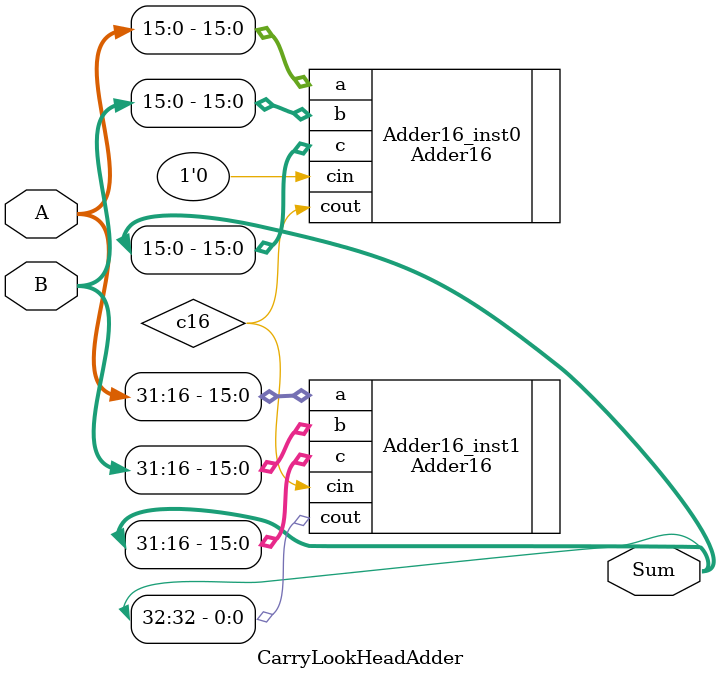
<source format=v>
`timescale 1ns / 1ps


module CarryLookHeadAdder(
    input [31:0]A,
    input [31:0]B,
    output [32:0]Sum
    );

    // 声明内部信号
    wire c16;

    // 16位超前进位加法器实例
    Adder16  Adder16_inst0 (
        .a(A[15:0]),
        .b(B[15:0]),
        .cin(1'b0),
        .c(Sum[15:0]),
        .cout(c16)
    );
    Adder16  Adder16_inst1 (
        .a(A[31:16]),
        .b(B[31:16]),
        .cin(c16),
        .c(Sum[31:16]),
        .cout(Sum[32])
    );

endmodule

</source>
